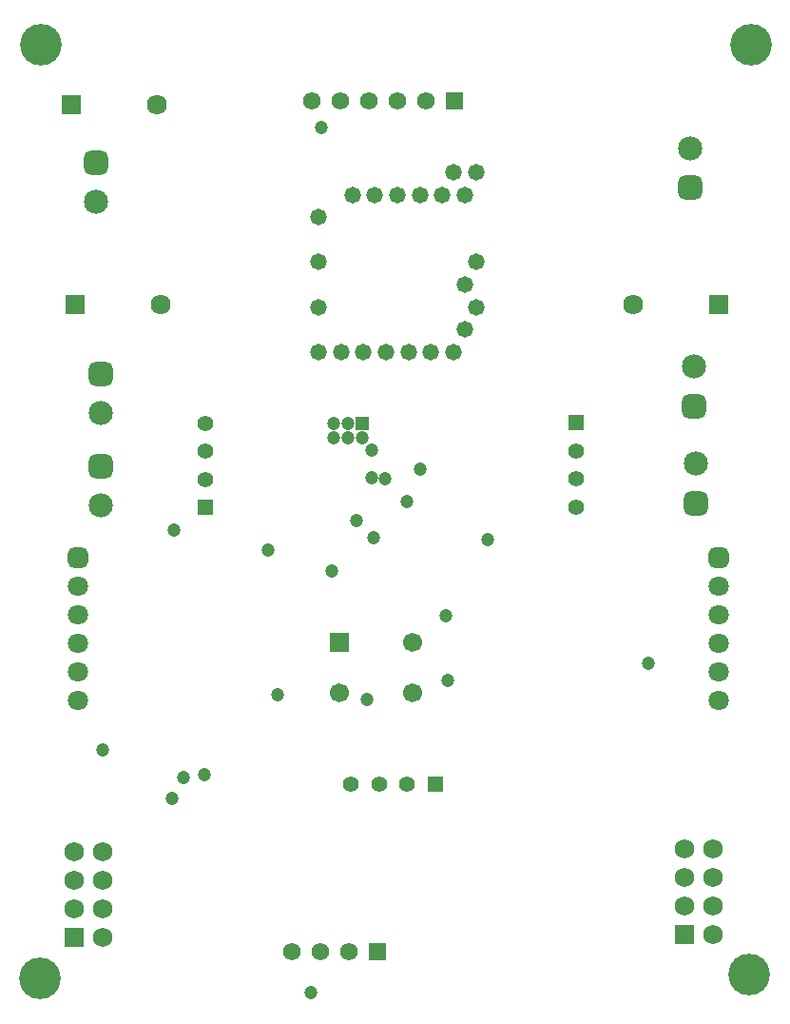
<source format=gbs>
G04*
G04 #@! TF.GenerationSoftware,Altium Limited,Altium Designer,23.1.1 (15)*
G04*
G04 Layer_Color=16711935*
%FSLAX44Y44*%
%MOMM*%
G71*
G04*
G04 #@! TF.SameCoordinates,DFD0DF4F-A88A-4072-B725-2B201FFE6AA2*
G04*
G04*
G04 #@! TF.FilePolarity,Negative*
G04*
G01*
G75*
%ADD36R,1.4000X1.4000*%
%ADD37C,1.4000*%
%ADD38R,1.5700X1.5700*%
%ADD39C,1.5700*%
%ADD40C,1.7532*%
%ADD41R,1.7532X1.7532*%
%ADD42C,1.5732*%
%ADD43R,1.5732X1.5732*%
%ADD44C,1.7012*%
%ADD45R,1.7012X1.7012*%
%ADD46C,1.7832*%
%ADD47R,1.7832X1.7832*%
%ADD48C,1.8032*%
G04:AMPARAMS|DCode=49|XSize=1.8032mm|YSize=1.8032mm|CornerRadius=0.5016mm|HoleSize=0mm|Usage=FLASHONLY|Rotation=270.000|XOffset=0mm|YOffset=0mm|HoleType=Round|Shape=RoundedRectangle|*
%AMROUNDEDRECTD49*
21,1,1.8032,0.8000,0,0,270.0*
21,1,0.8000,1.8032,0,0,270.0*
1,1,1.0032,-0.4000,-0.4000*
1,1,1.0032,-0.4000,0.4000*
1,1,1.0032,0.4000,0.4000*
1,1,1.0032,0.4000,-0.4000*
%
%ADD49ROUNDEDRECTD49*%
%ADD50C,2.1532*%
G04:AMPARAMS|DCode=51|XSize=2.1532mm|YSize=2.1532mm|CornerRadius=0.5891mm|HoleSize=0mm|Usage=FLASHONLY|Rotation=270.000|XOffset=0mm|YOffset=0mm|HoleType=Round|Shape=RoundedRectangle|*
%AMROUNDEDRECTD51*
21,1,2.1532,0.9750,0,0,270.0*
21,1,0.9750,2.1532,0,0,270.0*
1,1,1.1782,-0.4875,-0.4875*
1,1,1.1782,-0.4875,0.4875*
1,1,1.1782,0.4875,0.4875*
1,1,1.1782,0.4875,-0.4875*
%
%ADD51ROUNDEDRECTD51*%
%ADD52R,1.4000X1.4000*%
%ADD53C,3.7032*%
%ADD54R,1.2032X1.2032*%
%ADD55C,1.2032*%
%ADD56C,1.4732*%
D36*
X603920Y415120D02*
D03*
D37*
X578920D02*
D03*
X553920D02*
D03*
X528920D02*
D03*
X728980Y662070D02*
D03*
Y687070D02*
D03*
Y712070D02*
D03*
X398780Y686600D02*
D03*
Y711600D02*
D03*
Y736600D02*
D03*
D38*
X552450Y266700D02*
D03*
D39*
X527050D02*
D03*
X501650D02*
D03*
X476250D02*
D03*
D40*
X281940Y304800D02*
D03*
Y330200D02*
D03*
Y355600D02*
D03*
X307340Y279400D02*
D03*
Y304800D02*
D03*
Y330200D02*
D03*
Y355600D02*
D03*
X850900Y358140D02*
D03*
Y332740D02*
D03*
Y307340D02*
D03*
Y281940D02*
D03*
X825500Y358140D02*
D03*
Y332740D02*
D03*
Y307340D02*
D03*
D41*
X281940Y279400D02*
D03*
X825500Y281940D02*
D03*
D42*
X494030Y1023620D02*
D03*
X519430D02*
D03*
X544830D02*
D03*
X570230D02*
D03*
X595630D02*
D03*
D43*
X621030D02*
D03*
D44*
X583680Y496930D02*
D03*
X518680D02*
D03*
X583680Y541930D02*
D03*
D45*
X518680D02*
D03*
D46*
X779780Y842010D02*
D03*
X359410D02*
D03*
X355600Y1019810D02*
D03*
D47*
X855980Y842010D02*
D03*
X283210D02*
D03*
X279400Y1019810D02*
D03*
D48*
X285750Y490220D02*
D03*
Y515620D02*
D03*
Y566420D02*
D03*
Y591820D02*
D03*
Y541020D02*
D03*
X855980Y490220D02*
D03*
Y515620D02*
D03*
Y566420D02*
D03*
Y591820D02*
D03*
Y541020D02*
D03*
D49*
X285750Y617220D02*
D03*
X855980D02*
D03*
D50*
X306070Y663500D02*
D03*
X305610Y745770D02*
D03*
X834390Y786840D02*
D03*
X830580Y981150D02*
D03*
X301800Y933730D02*
D03*
X835660Y700480D02*
D03*
D51*
X306070Y698500D02*
D03*
X305610Y780770D02*
D03*
X834390Y751840D02*
D03*
X830580Y946150D02*
D03*
X301800Y968730D02*
D03*
X835660Y665480D02*
D03*
D52*
X728980Y737070D02*
D03*
X398780Y661600D02*
D03*
D53*
X883590Y246446D02*
D03*
X251460Y242570D02*
D03*
X884860Y1073216D02*
D03*
X252730Y1073150D02*
D03*
D54*
X538480Y736600D02*
D03*
D55*
Y723900D02*
D03*
X525780Y736600D02*
D03*
Y723900D02*
D03*
X513080Y736600D02*
D03*
Y723900D02*
D03*
X397811Y424180D02*
D03*
X379937Y421640D02*
D03*
X369570Y402590D02*
D03*
X307340Y445770D02*
D03*
X370793Y641350D02*
D03*
X492760Y229870D02*
D03*
X793750Y523240D02*
D03*
X502630Y999780D02*
D03*
X614680Y508000D02*
D03*
X548640Y634492D02*
D03*
X512064Y604774D02*
D03*
X533890Y650222D02*
D03*
X542575Y490443D02*
D03*
X612996Y565360D02*
D03*
X455168Y623570D02*
D03*
X463042Y494690D02*
D03*
X547624Y688340D02*
D03*
X578151Y667004D02*
D03*
X650620Y633476D02*
D03*
X590550Y695960D02*
D03*
X559054Y687070D02*
D03*
X547624Y712724D02*
D03*
D56*
X640000Y960001D02*
D03*
Y880001D02*
D03*
Y840001D02*
D03*
X620000Y960001D02*
D03*
X630000Y940001D02*
D03*
Y860001D02*
D03*
Y820000D02*
D03*
X620000Y800000D02*
D03*
X610000Y940001D02*
D03*
X600000Y800000D02*
D03*
X590000Y940001D02*
D03*
X580000Y800000D02*
D03*
X570000Y940001D02*
D03*
X560000Y800000D02*
D03*
X550000Y940001D02*
D03*
X540000Y800000D02*
D03*
X530000Y940001D02*
D03*
X520000Y800000D02*
D03*
X500000Y920001D02*
D03*
Y880001D02*
D03*
Y840001D02*
D03*
Y800000D02*
D03*
M02*

</source>
